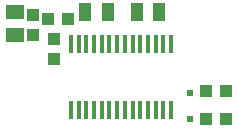
<source format=gbp>
G04 #@! TF.GenerationSoftware,KiCad,Pcbnew,5.1.6-c6e7f7d~87~ubuntu18.04.1*
G04 #@! TF.CreationDate,2020-09-14T18:26:16+02:00*
G04 #@! TF.ProjectId,cooldrv,636f6f6c-6472-4762-9e6b-696361645f70,rev?*
G04 #@! TF.SameCoordinates,Original*
G04 #@! TF.FileFunction,Paste,Bot*
G04 #@! TF.FilePolarity,Positive*
%FSLAX46Y46*%
G04 Gerber Fmt 4.6, Leading zero omitted, Abs format (unit mm)*
G04 Created by KiCad (PCBNEW 5.1.6-c6e7f7d~87~ubuntu18.04.1) date 2020-09-14 18:26:16*
%MOMM*%
%LPD*%
G01*
G04 APERTURE LIST*
%ADD10R,0.300000X1.600000*%
%ADD11R,1.100000X1.500000*%
%ADD12R,1.600000X1.300000*%
%ADD13R,1.050000X1.080000*%
%ADD14R,1.000000X1.100000*%
%ADD15R,0.600000X0.600000*%
G04 APERTURE END LIST*
D10*
G04 #@! TO.C,U$1*
X144463600Y-108763600D03*
X145113600Y-108763600D03*
X145763600Y-108763600D03*
X146413600Y-108763600D03*
X147063600Y-108763600D03*
X147713600Y-108763600D03*
X148363600Y-108763600D03*
X149013600Y-108763600D03*
X149663600Y-108763600D03*
X150313600Y-108763600D03*
X150963600Y-108763600D03*
X151613600Y-108763600D03*
X152263600Y-108763600D03*
X152913600Y-108763600D03*
X152913600Y-103163600D03*
X152263600Y-103163600D03*
X151613600Y-103163600D03*
X150963600Y-103163600D03*
X150313600Y-103163600D03*
X149663600Y-103163600D03*
X149013600Y-103163600D03*
X148363600Y-103163600D03*
X147713600Y-103163600D03*
X147063600Y-103163600D03*
X146413600Y-103163600D03*
X145763600Y-103163600D03*
X145113600Y-103163600D03*
X144463600Y-103163600D03*
G04 #@! TD*
D11*
G04 #@! TO.C,R1*
X151934600Y-100483600D03*
X150034600Y-100483600D03*
G04 #@! TD*
G04 #@! TO.C,R2*
X147578600Y-100448600D03*
X145678600Y-100448600D03*
G04 #@! TD*
D12*
G04 #@! TO.C,C3*
X139723600Y-100428600D03*
X139723600Y-102428600D03*
G04 #@! TD*
D13*
G04 #@! TO.C,C4*
X142473600Y-101033600D03*
X144223600Y-101033600D03*
G04 #@! TD*
D14*
G04 #@! TO.C,C6*
X142983600Y-104453600D03*
X142983600Y-102753600D03*
G04 #@! TD*
G04 #@! TO.C,R5*
X157593600Y-107178600D03*
X155893600Y-107178600D03*
G04 #@! TD*
D15*
G04 #@! TO.C,D1*
X154518600Y-107348600D03*
X154518600Y-109548600D03*
G04 #@! TD*
D14*
G04 #@! TO.C,R3*
X157598600Y-109548600D03*
X155898600Y-109548600D03*
G04 #@! TD*
G04 #@! TO.C,C1*
X141268600Y-100673600D03*
X141268600Y-102373600D03*
G04 #@! TD*
M02*

</source>
